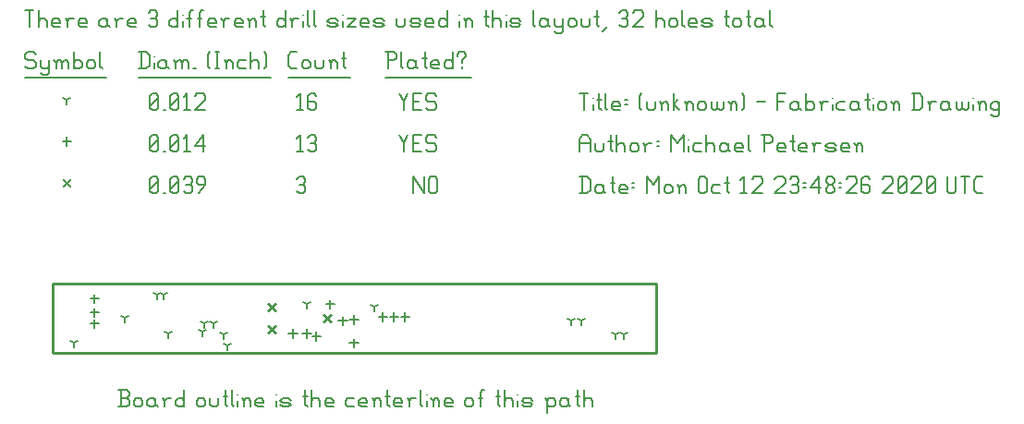
<source format=gbr>
G04 start of page 13 for group -3984 idx -3984 *
G04 Title: (unknown), fab *
G04 Creator: pcb 4.0.2 *
G04 CreationDate: Mon Oct 12 23:48:26 2020 UTC *
G04 For: petersen *
G04 Format: Gerber/RS-274X *
G04 PCB-Dimensions (mil): 2400.00 450.00 *
G04 PCB-Coordinate-Origin: lower left *
%MOIN*%
%FSLAX25Y25*%
%LNFAB*%
%ADD54C,0.0100*%
%ADD53C,0.0075*%
%ADD52C,0.0060*%
%ADD51C,0.0001*%
G54D51*G36*
X107800Y24266D02*X110766Y21300D01*
X110200Y20734D01*
X107234Y23700D01*
X107800Y24266D01*
G37*
G36*
X107234Y21300D02*X110200Y24266D01*
X110766Y23700D01*
X107800Y20734D01*
X107234Y21300D01*
G37*
G36*
X87800Y28266D02*X90766Y25300D01*
X90200Y24734D01*
X87234Y27700D01*
X87800Y28266D01*
G37*
G36*
X87234Y25300D02*X90200Y28266D01*
X90766Y27700D01*
X87800Y24734D01*
X87234Y25300D01*
G37*
G36*
X87800Y20266D02*X90766Y17300D01*
X90200Y16734D01*
X87234Y19700D01*
X87800Y20266D01*
G37*
G36*
X87234Y17300D02*X90200Y20266D01*
X90766Y19700D01*
X87800Y16734D01*
X87234Y17300D01*
G37*
G36*
X13800Y73016D02*X16766Y70050D01*
X16200Y69484D01*
X13234Y72450D01*
X13800Y73016D01*
G37*
G36*
X13234Y70050D02*X16200Y73016D01*
X16766Y72450D01*
X13800Y69484D01*
X13234Y70050D01*
G37*
G54D52*X140000Y73500D02*Y67500D01*
Y73500D02*X143750Y67500D01*
Y73500D02*Y67500D01*
X145550Y72750D02*Y68250D01*
Y72750D02*X146300Y73500D01*
X147800D01*
X148550Y72750D01*
Y68250D01*
X147800Y67500D02*X148550Y68250D01*
X146300Y67500D02*X147800D01*
X145550Y68250D02*X146300Y67500D01*
X98000Y72750D02*X98750Y73500D01*
X100250D01*
X101000Y72750D01*
X100250Y67500D02*X101000Y68250D01*
X98750Y67500D02*X100250D01*
X98000Y68250D02*X98750Y67500D01*
Y70800D02*X100250D01*
X101000Y72750D02*Y71550D01*
Y70050D02*Y68250D01*
Y70050D02*X100250Y70800D01*
X101000Y71550D02*X100250Y70800D01*
X45000Y68250D02*X45750Y67500D01*
X45000Y72750D02*Y68250D01*
Y72750D02*X45750Y73500D01*
X47250D01*
X48000Y72750D01*
Y68250D01*
X47250Y67500D02*X48000Y68250D01*
X45750Y67500D02*X47250D01*
X45000Y69000D02*X48000Y72000D01*
X49800Y67500D02*X50550D01*
X52350Y68250D02*X53100Y67500D01*
X52350Y72750D02*Y68250D01*
Y72750D02*X53100Y73500D01*
X54600D01*
X55350Y72750D01*
Y68250D01*
X54600Y67500D02*X55350Y68250D01*
X53100Y67500D02*X54600D01*
X52350Y69000D02*X55350Y72000D01*
X57150Y72750D02*X57900Y73500D01*
X59400D01*
X60150Y72750D01*
X59400Y67500D02*X60150Y68250D01*
X57900Y67500D02*X59400D01*
X57150Y68250D02*X57900Y67500D01*
Y70800D02*X59400D01*
X60150Y72750D02*Y71550D01*
Y70050D02*Y68250D01*
Y70050D02*X59400Y70800D01*
X60150Y71550D02*X59400Y70800D01*
X62700Y67500D02*X64950Y70500D01*
Y72750D02*Y70500D01*
X64200Y73500D02*X64950Y72750D01*
X62700Y73500D02*X64200D01*
X61950Y72750D02*X62700Y73500D01*
X61950Y72750D02*Y71250D01*
X62700Y70500D01*
X64950D01*
X25000Y31100D02*Y27900D01*
X23400Y29500D02*X26600D01*
X25000Y22100D02*Y18900D01*
X23400Y20500D02*X26600D01*
X25000Y26100D02*Y22900D01*
X23400Y24500D02*X26600D01*
X96500Y18600D02*Y15400D01*
X94900Y17000D02*X98100D01*
X101500Y18600D02*Y15400D01*
X99900Y17000D02*X103100D01*
X105000Y17600D02*Y14400D01*
X103400Y16000D02*X106600D01*
X118500Y15100D02*Y11900D01*
X116900Y13500D02*X120100D01*
X118500Y23600D02*Y20400D01*
X116900Y22000D02*X120100D01*
X114500Y23100D02*Y19900D01*
X112900Y21500D02*X116100D01*
X110000Y29100D02*Y25900D01*
X108400Y27500D02*X111600D01*
X133000Y24600D02*Y21400D01*
X131400Y23000D02*X134600D01*
X137000Y24600D02*Y21400D01*
X135400Y23000D02*X138600D01*
X129000Y24600D02*Y21400D01*
X127400Y23000D02*X130600D01*
X15000Y87850D02*Y84650D01*
X13400Y86250D02*X16600D01*
X135000Y88500D02*X136500Y85500D01*
X138000Y88500D01*
X136500Y85500D02*Y82500D01*
X139800Y85800D02*X142050D01*
X139800Y82500D02*X142800D01*
X139800Y88500D02*Y82500D01*
Y88500D02*X142800D01*
X147600D02*X148350Y87750D01*
X145350Y88500D02*X147600D01*
X144600Y87750D02*X145350Y88500D01*
X144600Y87750D02*Y86250D01*
X145350Y85500D01*
X147600D01*
X148350Y84750D01*
Y83250D01*
X147600Y82500D02*X148350Y83250D01*
X145350Y82500D02*X147600D01*
X144600Y83250D02*X145350Y82500D01*
X98000Y87300D02*X99200Y88500D01*
Y82500D01*
X98000D02*X100250D01*
X102050Y87750D02*X102800Y88500D01*
X104300D01*
X105050Y87750D01*
X104300Y82500D02*X105050Y83250D01*
X102800Y82500D02*X104300D01*
X102050Y83250D02*X102800Y82500D01*
Y85800D02*X104300D01*
X105050Y87750D02*Y86550D01*
Y85050D02*Y83250D01*
Y85050D02*X104300Y85800D01*
X105050Y86550D02*X104300Y85800D01*
X45000Y83250D02*X45750Y82500D01*
X45000Y87750D02*Y83250D01*
Y87750D02*X45750Y88500D01*
X47250D01*
X48000Y87750D01*
Y83250D01*
X47250Y82500D02*X48000Y83250D01*
X45750Y82500D02*X47250D01*
X45000Y84000D02*X48000Y87000D01*
X49800Y82500D02*X50550D01*
X52350Y83250D02*X53100Y82500D01*
X52350Y87750D02*Y83250D01*
Y87750D02*X53100Y88500D01*
X54600D01*
X55350Y87750D01*
Y83250D01*
X54600Y82500D02*X55350Y83250D01*
X53100Y82500D02*X54600D01*
X52350Y84000D02*X55350Y87000D01*
X57150Y87300D02*X58350Y88500D01*
Y82500D01*
X57150D02*X59400D01*
X61200Y84750D02*X64200Y88500D01*
X61200Y84750D02*X64950D01*
X64200Y88500D02*Y82500D01*
X36000Y22500D02*Y20900D01*
Y22500D02*X37387Y23300D01*
X36000Y22500D02*X34613Y23300D01*
X51500Y17000D02*Y15400D01*
Y17000D02*X52887Y17800D01*
X51500Y17000D02*X50113Y17800D01*
X47500Y31000D02*Y29400D01*
Y31000D02*X48887Y31800D01*
X47500Y31000D02*X46113Y31800D01*
X50000Y31000D02*Y29400D01*
Y31000D02*X51387Y31800D01*
X50000Y31000D02*X48613Y31800D01*
X126000Y26500D02*Y24900D01*
Y26500D02*X127387Y27300D01*
X126000Y26500D02*X124613Y27300D01*
X213000Y16594D02*Y14994D01*
Y16594D02*X214387Y17394D01*
X213000Y16594D02*X211613Y17394D01*
X216000Y16594D02*Y14994D01*
Y16594D02*X217387Y17394D01*
X216000Y16594D02*X214613Y17394D01*
X200500Y21500D02*Y19900D01*
Y21500D02*X201887Y22300D01*
X200500Y21500D02*X199113Y22300D01*
X197000Y21500D02*Y19900D01*
Y21500D02*X198387Y22300D01*
X197000Y21500D02*X195613Y22300D01*
X101500Y27500D02*Y25900D01*
Y27500D02*X102887Y28300D01*
X101500Y27500D02*X100113Y28300D01*
X73000Y12500D02*Y10900D01*
Y12500D02*X74387Y13300D01*
X73000Y12500D02*X71613Y13300D01*
X71500Y16500D02*Y14900D01*
Y16500D02*X72887Y17300D01*
X71500Y16500D02*X70113Y17300D01*
X64000Y17500D02*Y15900D01*
Y17500D02*X65387Y18300D01*
X64000Y17500D02*X62613Y18300D01*
X64500Y20500D02*Y18900D01*
Y20500D02*X65887Y21300D01*
X64500Y20500D02*X63113Y21300D01*
X68000Y20500D02*Y18900D01*
Y20500D02*X69387Y21300D01*
X68000Y20500D02*X66613Y21300D01*
X17500Y13500D02*Y11900D01*
Y13500D02*X18887Y14300D01*
X17500Y13500D02*X16113Y14300D01*
X15000Y101250D02*Y99650D01*
Y101250D02*X16387Y102050D01*
X15000Y101250D02*X13613Y102050D01*
X135000Y103500D02*X136500Y100500D01*
X138000Y103500D01*
X136500Y100500D02*Y97500D01*
X139800Y100800D02*X142050D01*
X139800Y97500D02*X142800D01*
X139800Y103500D02*Y97500D01*
Y103500D02*X142800D01*
X147600D02*X148350Y102750D01*
X145350Y103500D02*X147600D01*
X144600Y102750D02*X145350Y103500D01*
X144600Y102750D02*Y101250D01*
X145350Y100500D01*
X147600D01*
X148350Y99750D01*
Y98250D01*
X147600Y97500D02*X148350Y98250D01*
X145350Y97500D02*X147600D01*
X144600Y98250D02*X145350Y97500D01*
X98000Y102300D02*X99200Y103500D01*
Y97500D01*
X98000D02*X100250D01*
X104300Y103500D02*X105050Y102750D01*
X102800Y103500D02*X104300D01*
X102050Y102750D02*X102800Y103500D01*
X102050Y102750D02*Y98250D01*
X102800Y97500D01*
X104300Y100800D02*X105050Y100050D01*
X102050Y100800D02*X104300D01*
X102800Y97500D02*X104300D01*
X105050Y98250D01*
Y100050D02*Y98250D01*
X45000D02*X45750Y97500D01*
X45000Y102750D02*Y98250D01*
Y102750D02*X45750Y103500D01*
X47250D01*
X48000Y102750D01*
Y98250D01*
X47250Y97500D02*X48000Y98250D01*
X45750Y97500D02*X47250D01*
X45000Y99000D02*X48000Y102000D01*
X49800Y97500D02*X50550D01*
X52350Y98250D02*X53100Y97500D01*
X52350Y102750D02*Y98250D01*
Y102750D02*X53100Y103500D01*
X54600D01*
X55350Y102750D01*
Y98250D01*
X54600Y97500D02*X55350Y98250D01*
X53100Y97500D02*X54600D01*
X52350Y99000D02*X55350Y102000D01*
X57150Y102300D02*X58350Y103500D01*
Y97500D01*
X57150D02*X59400D01*
X61200Y102750D02*X61950Y103500D01*
X64200D01*
X64950Y102750D01*
Y101250D01*
X61200Y97500D02*X64950Y101250D01*
X61200Y97500D02*X64950D01*
X3000Y118500D02*X3750Y117750D01*
X750Y118500D02*X3000D01*
X0Y117750D02*X750Y118500D01*
X0Y117750D02*Y116250D01*
X750Y115500D01*
X3000D01*
X3750Y114750D01*
Y113250D01*
X3000Y112500D02*X3750Y113250D01*
X750Y112500D02*X3000D01*
X0Y113250D02*X750Y112500D01*
X5550Y115500D02*Y113250D01*
X6300Y112500D01*
X8550Y115500D02*Y111000D01*
X7800Y110250D02*X8550Y111000D01*
X6300Y110250D02*X7800D01*
X5550Y111000D02*X6300Y110250D01*
Y112500D02*X7800D01*
X8550Y113250D01*
X11100Y114750D02*Y112500D01*
Y114750D02*X11850Y115500D01*
X12600D01*
X13350Y114750D01*
Y112500D01*
Y114750D02*X14100Y115500D01*
X14850D01*
X15600Y114750D01*
Y112500D01*
X10350Y115500D02*X11100Y114750D01*
X17400Y118500D02*Y112500D01*
Y113250D02*X18150Y112500D01*
X19650D01*
X20400Y113250D01*
Y114750D02*Y113250D01*
X19650Y115500D02*X20400Y114750D01*
X18150Y115500D02*X19650D01*
X17400Y114750D02*X18150Y115500D01*
X22200Y114750D02*Y113250D01*
Y114750D02*X22950Y115500D01*
X24450D01*
X25200Y114750D01*
Y113250D01*
X24450Y112500D02*X25200Y113250D01*
X22950Y112500D02*X24450D01*
X22200Y113250D02*X22950Y112500D01*
X27000Y118500D02*Y113250D01*
X27750Y112500D01*
X0Y109250D02*X29250D01*
X41750Y118500D02*Y112500D01*
X43700Y118500D02*X44750Y117450D01*
Y113550D01*
X43700Y112500D02*X44750Y113550D01*
X41000Y112500D02*X43700D01*
X41000Y118500D02*X43700D01*
G54D53*X46550Y117000D02*Y116850D01*
G54D52*Y114750D02*Y112500D01*
X50300Y115500D02*X51050Y114750D01*
X48800Y115500D02*X50300D01*
X48050Y114750D02*X48800Y115500D01*
X48050Y114750D02*Y113250D01*
X48800Y112500D01*
X51050Y115500D02*Y113250D01*
X51800Y112500D01*
X48800D02*X50300D01*
X51050Y113250D01*
X54350Y114750D02*Y112500D01*
Y114750D02*X55100Y115500D01*
X55850D01*
X56600Y114750D01*
Y112500D01*
Y114750D02*X57350Y115500D01*
X58100D01*
X58850Y114750D01*
Y112500D01*
X53600Y115500D02*X54350Y114750D01*
X60650Y112500D02*X61400D01*
X65900Y113250D02*X66650Y112500D01*
X65900Y117750D02*X66650Y118500D01*
X65900Y117750D02*Y113250D01*
X68450Y118500D02*X69950D01*
X69200D02*Y112500D01*
X68450D02*X69950D01*
X72500Y114750D02*Y112500D01*
Y114750D02*X73250Y115500D01*
X74000D01*
X74750Y114750D01*
Y112500D01*
X71750Y115500D02*X72500Y114750D01*
X77300Y115500D02*X79550D01*
X76550Y114750D02*X77300Y115500D01*
X76550Y114750D02*Y113250D01*
X77300Y112500D01*
X79550D01*
X81350Y118500D02*Y112500D01*
Y114750D02*X82100Y115500D01*
X83600D01*
X84350Y114750D01*
Y112500D01*
X86150Y118500D02*X86900Y117750D01*
Y113250D01*
X86150Y112500D02*X86900Y113250D01*
X41000Y109250D02*X88700D01*
X96050Y112500D02*X98000D01*
X95000Y113550D02*X96050Y112500D01*
X95000Y117450D02*Y113550D01*
Y117450D02*X96050Y118500D01*
X98000D01*
X99800Y114750D02*Y113250D01*
Y114750D02*X100550Y115500D01*
X102050D01*
X102800Y114750D01*
Y113250D01*
X102050Y112500D02*X102800Y113250D01*
X100550Y112500D02*X102050D01*
X99800Y113250D02*X100550Y112500D01*
X104600Y115500D02*Y113250D01*
X105350Y112500D01*
X106850D01*
X107600Y113250D01*
Y115500D02*Y113250D01*
X110150Y114750D02*Y112500D01*
Y114750D02*X110900Y115500D01*
X111650D01*
X112400Y114750D01*
Y112500D01*
X109400Y115500D02*X110150Y114750D01*
X114950Y118500D02*Y113250D01*
X115700Y112500D01*
X114200Y116250D02*X115700D01*
X95000Y109250D02*X117200D01*
X130750Y118500D02*Y112500D01*
X130000Y118500D02*X133000D01*
X133750Y117750D01*
Y116250D01*
X133000Y115500D02*X133750Y116250D01*
X130750Y115500D02*X133000D01*
X135550Y118500D02*Y113250D01*
X136300Y112500D01*
X140050Y115500D02*X140800Y114750D01*
X138550Y115500D02*X140050D01*
X137800Y114750D02*X138550Y115500D01*
X137800Y114750D02*Y113250D01*
X138550Y112500D01*
X140800Y115500D02*Y113250D01*
X141550Y112500D01*
X138550D02*X140050D01*
X140800Y113250D01*
X144100Y118500D02*Y113250D01*
X144850Y112500D01*
X143350Y116250D02*X144850D01*
X147100Y112500D02*X149350D01*
X146350Y113250D02*X147100Y112500D01*
X146350Y114750D02*Y113250D01*
Y114750D02*X147100Y115500D01*
X148600D01*
X149350Y114750D01*
X146350Y114000D02*X149350D01*
Y114750D02*Y114000D01*
X154150Y118500D02*Y112500D01*
X153400D02*X154150Y113250D01*
X151900Y112500D02*X153400D01*
X151150Y113250D02*X151900Y112500D01*
X151150Y114750D02*Y113250D01*
Y114750D02*X151900Y115500D01*
X153400D01*
X154150Y114750D01*
X157450Y115500D02*Y114750D01*
Y113250D02*Y112500D01*
X155950Y117750D02*Y117000D01*
Y117750D02*X156700Y118500D01*
X158200D01*
X158950Y117750D01*
Y117000D01*
X157450Y115500D02*X158950Y117000D01*
X130000Y109250D02*X160750D01*
X0Y133500D02*X3000D01*
X1500D02*Y127500D01*
X4800Y133500D02*Y127500D01*
Y129750D02*X5550Y130500D01*
X7050D01*
X7800Y129750D01*
Y127500D01*
X10350D02*X12600D01*
X9600Y128250D02*X10350Y127500D01*
X9600Y129750D02*Y128250D01*
Y129750D02*X10350Y130500D01*
X11850D01*
X12600Y129750D01*
X9600Y129000D02*X12600D01*
Y129750D02*Y129000D01*
X15150Y129750D02*Y127500D01*
Y129750D02*X15900Y130500D01*
X17400D01*
X14400D02*X15150Y129750D01*
X19950Y127500D02*X22200D01*
X19200Y128250D02*X19950Y127500D01*
X19200Y129750D02*Y128250D01*
Y129750D02*X19950Y130500D01*
X21450D01*
X22200Y129750D01*
X19200Y129000D02*X22200D01*
Y129750D02*Y129000D01*
X28950Y130500D02*X29700Y129750D01*
X27450Y130500D02*X28950D01*
X26700Y129750D02*X27450Y130500D01*
X26700Y129750D02*Y128250D01*
X27450Y127500D01*
X29700Y130500D02*Y128250D01*
X30450Y127500D01*
X27450D02*X28950D01*
X29700Y128250D01*
X33000Y129750D02*Y127500D01*
Y129750D02*X33750Y130500D01*
X35250D01*
X32250D02*X33000Y129750D01*
X37800Y127500D02*X40050D01*
X37050Y128250D02*X37800Y127500D01*
X37050Y129750D02*Y128250D01*
Y129750D02*X37800Y130500D01*
X39300D01*
X40050Y129750D01*
X37050Y129000D02*X40050D01*
Y129750D02*Y129000D01*
X44550Y132750D02*X45300Y133500D01*
X46800D01*
X47550Y132750D01*
X46800Y127500D02*X47550Y128250D01*
X45300Y127500D02*X46800D01*
X44550Y128250D02*X45300Y127500D01*
Y130800D02*X46800D01*
X47550Y132750D02*Y131550D01*
Y130050D02*Y128250D01*
Y130050D02*X46800Y130800D01*
X47550Y131550D02*X46800Y130800D01*
X55050Y133500D02*Y127500D01*
X54300D02*X55050Y128250D01*
X52800Y127500D02*X54300D01*
X52050Y128250D02*X52800Y127500D01*
X52050Y129750D02*Y128250D01*
Y129750D02*X52800Y130500D01*
X54300D01*
X55050Y129750D01*
G54D53*X56850Y132000D02*Y131850D01*
G54D52*Y129750D02*Y127500D01*
X59100Y132750D02*Y127500D01*
Y132750D02*X59850Y133500D01*
X60600D01*
X58350Y130500D02*X59850D01*
X62850Y132750D02*Y127500D01*
Y132750D02*X63600Y133500D01*
X64350D01*
X62100Y130500D02*X63600D01*
X66600Y127500D02*X68850D01*
X65850Y128250D02*X66600Y127500D01*
X65850Y129750D02*Y128250D01*
Y129750D02*X66600Y130500D01*
X68100D01*
X68850Y129750D01*
X65850Y129000D02*X68850D01*
Y129750D02*Y129000D01*
X71400Y129750D02*Y127500D01*
Y129750D02*X72150Y130500D01*
X73650D01*
X70650D02*X71400Y129750D01*
X76200Y127500D02*X78450D01*
X75450Y128250D02*X76200Y127500D01*
X75450Y129750D02*Y128250D01*
Y129750D02*X76200Y130500D01*
X77700D01*
X78450Y129750D01*
X75450Y129000D02*X78450D01*
Y129750D02*Y129000D01*
X81000Y129750D02*Y127500D01*
Y129750D02*X81750Y130500D01*
X82500D01*
X83250Y129750D01*
Y127500D01*
X80250Y130500D02*X81000Y129750D01*
X85800Y133500D02*Y128250D01*
X86550Y127500D01*
X85050Y131250D02*X86550D01*
X93750Y133500D02*Y127500D01*
X93000D02*X93750Y128250D01*
X91500Y127500D02*X93000D01*
X90750Y128250D02*X91500Y127500D01*
X90750Y129750D02*Y128250D01*
Y129750D02*X91500Y130500D01*
X93000D01*
X93750Y129750D01*
X96300D02*Y127500D01*
Y129750D02*X97050Y130500D01*
X98550D01*
X95550D02*X96300Y129750D01*
G54D53*X100350Y132000D02*Y131850D01*
G54D52*Y129750D02*Y127500D01*
X101850Y133500D02*Y128250D01*
X102600Y127500D01*
X104100Y133500D02*Y128250D01*
X104850Y127500D01*
X109800D02*X112050D01*
X112800Y128250D01*
X112050Y129000D02*X112800Y128250D01*
X109800Y129000D02*X112050D01*
X109050Y129750D02*X109800Y129000D01*
X109050Y129750D02*X109800Y130500D01*
X112050D01*
X112800Y129750D01*
X109050Y128250D02*X109800Y127500D01*
G54D53*X114600Y132000D02*Y131850D01*
G54D52*Y129750D02*Y127500D01*
X116100Y130500D02*X119100D01*
X116100Y127500D02*X119100Y130500D01*
X116100Y127500D02*X119100D01*
X121650D02*X123900D01*
X120900Y128250D02*X121650Y127500D01*
X120900Y129750D02*Y128250D01*
Y129750D02*X121650Y130500D01*
X123150D01*
X123900Y129750D01*
X120900Y129000D02*X123900D01*
Y129750D02*Y129000D01*
X126450Y127500D02*X128700D01*
X129450Y128250D01*
X128700Y129000D02*X129450Y128250D01*
X126450Y129000D02*X128700D01*
X125700Y129750D02*X126450Y129000D01*
X125700Y129750D02*X126450Y130500D01*
X128700D01*
X129450Y129750D01*
X125700Y128250D02*X126450Y127500D01*
X133950Y130500D02*Y128250D01*
X134700Y127500D01*
X136200D01*
X136950Y128250D01*
Y130500D02*Y128250D01*
X139500Y127500D02*X141750D01*
X142500Y128250D01*
X141750Y129000D02*X142500Y128250D01*
X139500Y129000D02*X141750D01*
X138750Y129750D02*X139500Y129000D01*
X138750Y129750D02*X139500Y130500D01*
X141750D01*
X142500Y129750D01*
X138750Y128250D02*X139500Y127500D01*
X145050D02*X147300D01*
X144300Y128250D02*X145050Y127500D01*
X144300Y129750D02*Y128250D01*
Y129750D02*X145050Y130500D01*
X146550D01*
X147300Y129750D01*
X144300Y129000D02*X147300D01*
Y129750D02*Y129000D01*
X152100Y133500D02*Y127500D01*
X151350D02*X152100Y128250D01*
X149850Y127500D02*X151350D01*
X149100Y128250D02*X149850Y127500D01*
X149100Y129750D02*Y128250D01*
Y129750D02*X149850Y130500D01*
X151350D01*
X152100Y129750D01*
G54D53*X156600Y132000D02*Y131850D01*
G54D52*Y129750D02*Y127500D01*
X158850Y129750D02*Y127500D01*
Y129750D02*X159600Y130500D01*
X160350D01*
X161100Y129750D01*
Y127500D01*
X158100Y130500D02*X158850Y129750D01*
X166350Y133500D02*Y128250D01*
X167100Y127500D01*
X165600Y131250D02*X167100D01*
X168600Y133500D02*Y127500D01*
Y129750D02*X169350Y130500D01*
X170850D01*
X171600Y129750D01*
Y127500D01*
G54D53*X173400Y132000D02*Y131850D01*
G54D52*Y129750D02*Y127500D01*
X175650D02*X177900D01*
X178650Y128250D01*
X177900Y129000D02*X178650Y128250D01*
X175650Y129000D02*X177900D01*
X174900Y129750D02*X175650Y129000D01*
X174900Y129750D02*X175650Y130500D01*
X177900D01*
X178650Y129750D01*
X174900Y128250D02*X175650Y127500D01*
X183150Y133500D02*Y128250D01*
X183900Y127500D01*
X187650Y130500D02*X188400Y129750D01*
X186150Y130500D02*X187650D01*
X185400Y129750D02*X186150Y130500D01*
X185400Y129750D02*Y128250D01*
X186150Y127500D01*
X188400Y130500D02*Y128250D01*
X189150Y127500D01*
X186150D02*X187650D01*
X188400Y128250D01*
X190950Y130500D02*Y128250D01*
X191700Y127500D01*
X193950Y130500D02*Y126000D01*
X193200Y125250D02*X193950Y126000D01*
X191700Y125250D02*X193200D01*
X190950Y126000D02*X191700Y125250D01*
Y127500D02*X193200D01*
X193950Y128250D01*
X195750Y129750D02*Y128250D01*
Y129750D02*X196500Y130500D01*
X198000D01*
X198750Y129750D01*
Y128250D01*
X198000Y127500D02*X198750Y128250D01*
X196500Y127500D02*X198000D01*
X195750Y128250D02*X196500Y127500D01*
X200550Y130500D02*Y128250D01*
X201300Y127500D01*
X202800D01*
X203550Y128250D01*
Y130500D02*Y128250D01*
X206100Y133500D02*Y128250D01*
X206850Y127500D01*
X205350Y131250D02*X206850D01*
X208350Y126000D02*X209850Y127500D01*
X214350Y132750D02*X215100Y133500D01*
X216600D01*
X217350Y132750D01*
X216600Y127500D02*X217350Y128250D01*
X215100Y127500D02*X216600D01*
X214350Y128250D02*X215100Y127500D01*
Y130800D02*X216600D01*
X217350Y132750D02*Y131550D01*
Y130050D02*Y128250D01*
Y130050D02*X216600Y130800D01*
X217350Y131550D02*X216600Y130800D01*
X219150Y132750D02*X219900Y133500D01*
X222150D01*
X222900Y132750D01*
Y131250D01*
X219150Y127500D02*X222900Y131250D01*
X219150Y127500D02*X222900D01*
X227400Y133500D02*Y127500D01*
Y129750D02*X228150Y130500D01*
X229650D01*
X230400Y129750D01*
Y127500D01*
X232200Y129750D02*Y128250D01*
Y129750D02*X232950Y130500D01*
X234450D01*
X235200Y129750D01*
Y128250D01*
X234450Y127500D02*X235200Y128250D01*
X232950Y127500D02*X234450D01*
X232200Y128250D02*X232950Y127500D01*
X237000Y133500D02*Y128250D01*
X237750Y127500D01*
X240000D02*X242250D01*
X239250Y128250D02*X240000Y127500D01*
X239250Y129750D02*Y128250D01*
Y129750D02*X240000Y130500D01*
X241500D01*
X242250Y129750D01*
X239250Y129000D02*X242250D01*
Y129750D02*Y129000D01*
X244800Y127500D02*X247050D01*
X247800Y128250D01*
X247050Y129000D02*X247800Y128250D01*
X244800Y129000D02*X247050D01*
X244050Y129750D02*X244800Y129000D01*
X244050Y129750D02*X244800Y130500D01*
X247050D01*
X247800Y129750D01*
X244050Y128250D02*X244800Y127500D01*
X253050Y133500D02*Y128250D01*
X253800Y127500D01*
X252300Y131250D02*X253800D01*
X255300Y129750D02*Y128250D01*
Y129750D02*X256050Y130500D01*
X257550D01*
X258300Y129750D01*
Y128250D01*
X257550Y127500D02*X258300Y128250D01*
X256050Y127500D02*X257550D01*
X255300Y128250D02*X256050Y127500D01*
X260850Y133500D02*Y128250D01*
X261600Y127500D01*
X260100Y131250D02*X261600D01*
X265350Y130500D02*X266100Y129750D01*
X263850Y130500D02*X265350D01*
X263100Y129750D02*X263850Y130500D01*
X263100Y129750D02*Y128250D01*
X263850Y127500D01*
X266100Y130500D02*Y128250D01*
X266850Y127500D01*
X263850D02*X265350D01*
X266100Y128250D01*
X268650Y133500D02*Y128250D01*
X269400Y127500D01*
G54D54*X227500Y10000D02*X10000D01*
X227500Y35000D02*Y10000D01*
X10000Y35000D02*X227500D01*
X10000D02*Y10000D01*
G54D52*X33675Y-9500D02*X36675D01*
X37425Y-8750D01*
Y-6950D02*Y-8750D01*
X36675Y-6200D02*X37425Y-6950D01*
X34425Y-6200D02*X36675D01*
X34425Y-3500D02*Y-9500D01*
X33675Y-3500D02*X36675D01*
X37425Y-4250D01*
Y-5450D01*
X36675Y-6200D02*X37425Y-5450D01*
X39225Y-7250D02*Y-8750D01*
Y-7250D02*X39975Y-6500D01*
X41475D01*
X42225Y-7250D01*
Y-8750D01*
X41475Y-9500D02*X42225Y-8750D01*
X39975Y-9500D02*X41475D01*
X39225Y-8750D02*X39975Y-9500D01*
X46275Y-6500D02*X47025Y-7250D01*
X44775Y-6500D02*X46275D01*
X44025Y-7250D02*X44775Y-6500D01*
X44025Y-7250D02*Y-8750D01*
X44775Y-9500D01*
X47025Y-6500D02*Y-8750D01*
X47775Y-9500D01*
X44775D02*X46275D01*
X47025Y-8750D01*
X50325Y-7250D02*Y-9500D01*
Y-7250D02*X51075Y-6500D01*
X52575D01*
X49575D02*X50325Y-7250D01*
X57375Y-3500D02*Y-9500D01*
X56625D02*X57375Y-8750D01*
X55125Y-9500D02*X56625D01*
X54375Y-8750D02*X55125Y-9500D01*
X54375Y-7250D02*Y-8750D01*
Y-7250D02*X55125Y-6500D01*
X56625D01*
X57375Y-7250D01*
X61875D02*Y-8750D01*
Y-7250D02*X62625Y-6500D01*
X64125D01*
X64875Y-7250D01*
Y-8750D01*
X64125Y-9500D02*X64875Y-8750D01*
X62625Y-9500D02*X64125D01*
X61875Y-8750D02*X62625Y-9500D01*
X66675Y-6500D02*Y-8750D01*
X67425Y-9500D01*
X68925D01*
X69675Y-8750D01*
Y-6500D02*Y-8750D01*
X72225Y-3500D02*Y-8750D01*
X72975Y-9500D01*
X71475Y-5750D02*X72975D01*
X74475Y-3500D02*Y-8750D01*
X75225Y-9500D01*
G54D53*X76725Y-5000D02*Y-5150D01*
G54D52*Y-7250D02*Y-9500D01*
X78975Y-7250D02*Y-9500D01*
Y-7250D02*X79725Y-6500D01*
X80475D01*
X81225Y-7250D01*
Y-9500D01*
X78225Y-6500D02*X78975Y-7250D01*
X83775Y-9500D02*X86025D01*
X83025Y-8750D02*X83775Y-9500D01*
X83025Y-7250D02*Y-8750D01*
Y-7250D02*X83775Y-6500D01*
X85275D01*
X86025Y-7250D01*
X83025Y-8000D02*X86025D01*
Y-7250D02*Y-8000D01*
G54D53*X90525Y-5000D02*Y-5150D01*
G54D52*Y-7250D02*Y-9500D01*
X92775D02*X95025D01*
X95775Y-8750D01*
X95025Y-8000D02*X95775Y-8750D01*
X92775Y-8000D02*X95025D01*
X92025Y-7250D02*X92775Y-8000D01*
X92025Y-7250D02*X92775Y-6500D01*
X95025D01*
X95775Y-7250D01*
X92025Y-8750D02*X92775Y-9500D01*
X101025Y-3500D02*Y-8750D01*
X101775Y-9500D01*
X100275Y-5750D02*X101775D01*
X103275Y-3500D02*Y-9500D01*
Y-7250D02*X104025Y-6500D01*
X105525D01*
X106275Y-7250D01*
Y-9500D01*
X108825D02*X111075D01*
X108075Y-8750D02*X108825Y-9500D01*
X108075Y-7250D02*Y-8750D01*
Y-7250D02*X108825Y-6500D01*
X110325D01*
X111075Y-7250D01*
X108075Y-8000D02*X111075D01*
Y-7250D02*Y-8000D01*
X116325Y-6500D02*X118575D01*
X115575Y-7250D02*X116325Y-6500D01*
X115575Y-7250D02*Y-8750D01*
X116325Y-9500D01*
X118575D01*
X121125D02*X123375D01*
X120375Y-8750D02*X121125Y-9500D01*
X120375Y-7250D02*Y-8750D01*
Y-7250D02*X121125Y-6500D01*
X122625D01*
X123375Y-7250D01*
X120375Y-8000D02*X123375D01*
Y-7250D02*Y-8000D01*
X125925Y-7250D02*Y-9500D01*
Y-7250D02*X126675Y-6500D01*
X127425D01*
X128175Y-7250D01*
Y-9500D01*
X125175Y-6500D02*X125925Y-7250D01*
X130725Y-3500D02*Y-8750D01*
X131475Y-9500D01*
X129975Y-5750D02*X131475D01*
X133725Y-9500D02*X135975D01*
X132975Y-8750D02*X133725Y-9500D01*
X132975Y-7250D02*Y-8750D01*
Y-7250D02*X133725Y-6500D01*
X135225D01*
X135975Y-7250D01*
X132975Y-8000D02*X135975D01*
Y-7250D02*Y-8000D01*
X138525Y-7250D02*Y-9500D01*
Y-7250D02*X139275Y-6500D01*
X140775D01*
X137775D02*X138525Y-7250D01*
X142575Y-3500D02*Y-8750D01*
X143325Y-9500D01*
G54D53*X144825Y-5000D02*Y-5150D01*
G54D52*Y-7250D02*Y-9500D01*
X147075Y-7250D02*Y-9500D01*
Y-7250D02*X147825Y-6500D01*
X148575D01*
X149325Y-7250D01*
Y-9500D01*
X146325Y-6500D02*X147075Y-7250D01*
X151875Y-9500D02*X154125D01*
X151125Y-8750D02*X151875Y-9500D01*
X151125Y-7250D02*Y-8750D01*
Y-7250D02*X151875Y-6500D01*
X153375D01*
X154125Y-7250D01*
X151125Y-8000D02*X154125D01*
Y-7250D02*Y-8000D01*
X158625Y-7250D02*Y-8750D01*
Y-7250D02*X159375Y-6500D01*
X160875D01*
X161625Y-7250D01*
Y-8750D01*
X160875Y-9500D02*X161625Y-8750D01*
X159375Y-9500D02*X160875D01*
X158625Y-8750D02*X159375Y-9500D01*
X164175Y-4250D02*Y-9500D01*
Y-4250D02*X164925Y-3500D01*
X165675D01*
X163425Y-6500D02*X164925D01*
X170625Y-3500D02*Y-8750D01*
X171375Y-9500D01*
X169875Y-5750D02*X171375D01*
X172875Y-3500D02*Y-9500D01*
Y-7250D02*X173625Y-6500D01*
X175125D01*
X175875Y-7250D01*
Y-9500D01*
G54D53*X177675Y-5000D02*Y-5150D01*
G54D52*Y-7250D02*Y-9500D01*
X179925D02*X182175D01*
X182925Y-8750D01*
X182175Y-8000D02*X182925Y-8750D01*
X179925Y-8000D02*X182175D01*
X179175Y-7250D02*X179925Y-8000D01*
X179175Y-7250D02*X179925Y-6500D01*
X182175D01*
X182925Y-7250D01*
X179175Y-8750D02*X179925Y-9500D01*
X188175Y-7250D02*Y-11750D01*
X187425Y-6500D02*X188175Y-7250D01*
X188925Y-6500D01*
X190425D01*
X191175Y-7250D01*
Y-8750D01*
X190425Y-9500D02*X191175Y-8750D01*
X188925Y-9500D02*X190425D01*
X188175Y-8750D02*X188925Y-9500D01*
X195225Y-6500D02*X195975Y-7250D01*
X193725Y-6500D02*X195225D01*
X192975Y-7250D02*X193725Y-6500D01*
X192975Y-7250D02*Y-8750D01*
X193725Y-9500D01*
X195975Y-6500D02*Y-8750D01*
X196725Y-9500D01*
X193725D02*X195225D01*
X195975Y-8750D01*
X199275Y-3500D02*Y-8750D01*
X200025Y-9500D01*
X198525Y-5750D02*X200025D01*
X201525Y-3500D02*Y-9500D01*
Y-7250D02*X202275Y-6500D01*
X203775D01*
X204525Y-7250D01*
Y-9500D01*
X200750Y73500D02*Y67500D01*
X202700Y73500D02*X203750Y72450D01*
Y68550D01*
X202700Y67500D02*X203750Y68550D01*
X200000Y67500D02*X202700D01*
X200000Y73500D02*X202700D01*
X207800Y70500D02*X208550Y69750D01*
X206300Y70500D02*X207800D01*
X205550Y69750D02*X206300Y70500D01*
X205550Y69750D02*Y68250D01*
X206300Y67500D01*
X208550Y70500D02*Y68250D01*
X209300Y67500D01*
X206300D02*X207800D01*
X208550Y68250D01*
X211850Y73500D02*Y68250D01*
X212600Y67500D01*
X211100Y71250D02*X212600D01*
X214850Y67500D02*X217100D01*
X214100Y68250D02*X214850Y67500D01*
X214100Y69750D02*Y68250D01*
Y69750D02*X214850Y70500D01*
X216350D01*
X217100Y69750D01*
X214100Y69000D02*X217100D01*
Y69750D02*Y69000D01*
X218900Y71250D02*X219650D01*
X218900Y69750D02*X219650D01*
X224150Y73500D02*Y67500D01*
Y73500D02*X226400Y70500D01*
X228650Y73500D01*
Y67500D01*
X230450Y69750D02*Y68250D01*
Y69750D02*X231200Y70500D01*
X232700D01*
X233450Y69750D01*
Y68250D01*
X232700Y67500D02*X233450Y68250D01*
X231200Y67500D02*X232700D01*
X230450Y68250D02*X231200Y67500D01*
X236000Y69750D02*Y67500D01*
Y69750D02*X236750Y70500D01*
X237500D01*
X238250Y69750D01*
Y67500D01*
X235250Y70500D02*X236000Y69750D01*
X242750Y72750D02*Y68250D01*
Y72750D02*X243500Y73500D01*
X245000D01*
X245750Y72750D01*
Y68250D01*
X245000Y67500D02*X245750Y68250D01*
X243500Y67500D02*X245000D01*
X242750Y68250D02*X243500Y67500D01*
X248300Y70500D02*X250550D01*
X247550Y69750D02*X248300Y70500D01*
X247550Y69750D02*Y68250D01*
X248300Y67500D01*
X250550D01*
X253100Y73500D02*Y68250D01*
X253850Y67500D01*
X252350Y71250D02*X253850D01*
X258050Y72300D02*X259250Y73500D01*
Y67500D01*
X258050D02*X260300D01*
X262100Y72750D02*X262850Y73500D01*
X265100D01*
X265850Y72750D01*
Y71250D01*
X262100Y67500D02*X265850Y71250D01*
X262100Y67500D02*X265850D01*
X270350Y72750D02*X271100Y73500D01*
X273350D01*
X274100Y72750D01*
Y71250D01*
X270350Y67500D02*X274100Y71250D01*
X270350Y67500D02*X274100D01*
X275900Y72750D02*X276650Y73500D01*
X278150D01*
X278900Y72750D01*
X278150Y67500D02*X278900Y68250D01*
X276650Y67500D02*X278150D01*
X275900Y68250D02*X276650Y67500D01*
Y70800D02*X278150D01*
X278900Y72750D02*Y71550D01*
Y70050D02*Y68250D01*
Y70050D02*X278150Y70800D01*
X278900Y71550D02*X278150Y70800D01*
X280700Y71250D02*X281450D01*
X280700Y69750D02*X281450D01*
X283250D02*X286250Y73500D01*
X283250Y69750D02*X287000D01*
X286250Y73500D02*Y67500D01*
X288800Y68250D02*X289550Y67500D01*
X288800Y69450D02*Y68250D01*
Y69450D02*X289850Y70500D01*
X290750D01*
X291800Y69450D01*
Y68250D01*
X291050Y67500D02*X291800Y68250D01*
X289550Y67500D02*X291050D01*
X288800Y71550D02*X289850Y70500D01*
X288800Y72750D02*Y71550D01*
Y72750D02*X289550Y73500D01*
X291050D01*
X291800Y72750D01*
Y71550D01*
X290750Y70500D02*X291800Y71550D01*
X293600Y71250D02*X294350D01*
X293600Y69750D02*X294350D01*
X296150Y72750D02*X296900Y73500D01*
X299150D01*
X299900Y72750D01*
Y71250D01*
X296150Y67500D02*X299900Y71250D01*
X296150Y67500D02*X299900D01*
X303950Y73500D02*X304700Y72750D01*
X302450Y73500D02*X303950D01*
X301700Y72750D02*X302450Y73500D01*
X301700Y72750D02*Y68250D01*
X302450Y67500D01*
X303950Y70800D02*X304700Y70050D01*
X301700Y70800D02*X303950D01*
X302450Y67500D02*X303950D01*
X304700Y68250D01*
Y70050D02*Y68250D01*
X309200Y72750D02*X309950Y73500D01*
X312200D01*
X312950Y72750D01*
Y71250D01*
X309200Y67500D02*X312950Y71250D01*
X309200Y67500D02*X312950D01*
X314750Y68250D02*X315500Y67500D01*
X314750Y72750D02*Y68250D01*
Y72750D02*X315500Y73500D01*
X317000D01*
X317750Y72750D01*
Y68250D01*
X317000Y67500D02*X317750Y68250D01*
X315500Y67500D02*X317000D01*
X314750Y69000D02*X317750Y72000D01*
X319550Y72750D02*X320300Y73500D01*
X322550D01*
X323300Y72750D01*
Y71250D01*
X319550Y67500D02*X323300Y71250D01*
X319550Y67500D02*X323300D01*
X325100Y68250D02*X325850Y67500D01*
X325100Y72750D02*Y68250D01*
Y72750D02*X325850Y73500D01*
X327350D01*
X328100Y72750D01*
Y68250D01*
X327350Y67500D02*X328100Y68250D01*
X325850Y67500D02*X327350D01*
X325100Y69000D02*X328100Y72000D01*
X332600Y73500D02*Y68250D01*
X333350Y67500D01*
X334850D01*
X335600Y68250D01*
Y73500D02*Y68250D01*
X337400Y73500D02*X340400D01*
X338900D02*Y67500D01*
X343250D02*X345200D01*
X342200Y68550D02*X343250Y67500D01*
X342200Y72450D02*Y68550D01*
Y72450D02*X343250Y73500D01*
X345200D01*
X200000Y87000D02*Y82500D01*
Y87000D02*X201050Y88500D01*
X202700D01*
X203750Y87000D01*
Y82500D01*
X200000Y85500D02*X203750D01*
X205550D02*Y83250D01*
X206300Y82500D01*
X207800D01*
X208550Y83250D01*
Y85500D02*Y83250D01*
X211100Y88500D02*Y83250D01*
X211850Y82500D01*
X210350Y86250D02*X211850D01*
X213350Y88500D02*Y82500D01*
Y84750D02*X214100Y85500D01*
X215600D01*
X216350Y84750D01*
Y82500D01*
X218150Y84750D02*Y83250D01*
Y84750D02*X218900Y85500D01*
X220400D01*
X221150Y84750D01*
Y83250D01*
X220400Y82500D02*X221150Y83250D01*
X218900Y82500D02*X220400D01*
X218150Y83250D02*X218900Y82500D01*
X223700Y84750D02*Y82500D01*
Y84750D02*X224450Y85500D01*
X225950D01*
X222950D02*X223700Y84750D01*
X227750Y86250D02*X228500D01*
X227750Y84750D02*X228500D01*
X233000Y88500D02*Y82500D01*
Y88500D02*X235250Y85500D01*
X237500Y88500D01*
Y82500D01*
G54D53*X239300Y87000D02*Y86850D01*
G54D52*Y84750D02*Y82500D01*
X241550Y85500D02*X243800D01*
X240800Y84750D02*X241550Y85500D01*
X240800Y84750D02*Y83250D01*
X241550Y82500D01*
X243800D01*
X245600Y88500D02*Y82500D01*
Y84750D02*X246350Y85500D01*
X247850D01*
X248600Y84750D01*
Y82500D01*
X252650Y85500D02*X253400Y84750D01*
X251150Y85500D02*X252650D01*
X250400Y84750D02*X251150Y85500D01*
X250400Y84750D02*Y83250D01*
X251150Y82500D01*
X253400Y85500D02*Y83250D01*
X254150Y82500D01*
X251150D02*X252650D01*
X253400Y83250D01*
X256700Y82500D02*X258950D01*
X255950Y83250D02*X256700Y82500D01*
X255950Y84750D02*Y83250D01*
Y84750D02*X256700Y85500D01*
X258200D01*
X258950Y84750D01*
X255950Y84000D02*X258950D01*
Y84750D02*Y84000D01*
X260750Y88500D02*Y83250D01*
X261500Y82500D01*
X266450Y88500D02*Y82500D01*
X265700Y88500D02*X268700D01*
X269450Y87750D01*
Y86250D01*
X268700Y85500D02*X269450Y86250D01*
X266450Y85500D02*X268700D01*
X272000Y82500D02*X274250D01*
X271250Y83250D02*X272000Y82500D01*
X271250Y84750D02*Y83250D01*
Y84750D02*X272000Y85500D01*
X273500D01*
X274250Y84750D01*
X271250Y84000D02*X274250D01*
Y84750D02*Y84000D01*
X276800Y88500D02*Y83250D01*
X277550Y82500D01*
X276050Y86250D02*X277550D01*
X279800Y82500D02*X282050D01*
X279050Y83250D02*X279800Y82500D01*
X279050Y84750D02*Y83250D01*
Y84750D02*X279800Y85500D01*
X281300D01*
X282050Y84750D01*
X279050Y84000D02*X282050D01*
Y84750D02*Y84000D01*
X284600Y84750D02*Y82500D01*
Y84750D02*X285350Y85500D01*
X286850D01*
X283850D02*X284600Y84750D01*
X289400Y82500D02*X291650D01*
X292400Y83250D01*
X291650Y84000D02*X292400Y83250D01*
X289400Y84000D02*X291650D01*
X288650Y84750D02*X289400Y84000D01*
X288650Y84750D02*X289400Y85500D01*
X291650D01*
X292400Y84750D01*
X288650Y83250D02*X289400Y82500D01*
X294950D02*X297200D01*
X294200Y83250D02*X294950Y82500D01*
X294200Y84750D02*Y83250D01*
Y84750D02*X294950Y85500D01*
X296450D01*
X297200Y84750D01*
X294200Y84000D02*X297200D01*
Y84750D02*Y84000D01*
X299750Y84750D02*Y82500D01*
Y84750D02*X300500Y85500D01*
X301250D01*
X302000Y84750D01*
Y82500D01*
X299000Y85500D02*X299750Y84750D01*
X200000Y103500D02*X203000D01*
X201500D02*Y97500D01*
G54D53*X204800Y102000D02*Y101850D01*
G54D52*Y99750D02*Y97500D01*
X207050Y103500D02*Y98250D01*
X207800Y97500D01*
X206300Y101250D02*X207800D01*
X209300Y103500D02*Y98250D01*
X210050Y97500D01*
X212300D02*X214550D01*
X211550Y98250D02*X212300Y97500D01*
X211550Y99750D02*Y98250D01*
Y99750D02*X212300Y100500D01*
X213800D01*
X214550Y99750D01*
X211550Y99000D02*X214550D01*
Y99750D02*Y99000D01*
X216350Y101250D02*X217100D01*
X216350Y99750D02*X217100D01*
X221600Y98250D02*X222350Y97500D01*
X221600Y102750D02*X222350Y103500D01*
X221600Y102750D02*Y98250D01*
X224150Y100500D02*Y98250D01*
X224900Y97500D01*
X226400D01*
X227150Y98250D01*
Y100500D02*Y98250D01*
X229700Y99750D02*Y97500D01*
Y99750D02*X230450Y100500D01*
X231200D01*
X231950Y99750D01*
Y97500D01*
X228950Y100500D02*X229700Y99750D01*
X233750Y103500D02*Y97500D01*
Y99750D02*X236000Y97500D01*
X233750Y99750D02*X235250Y101250D01*
X238550Y99750D02*Y97500D01*
Y99750D02*X239300Y100500D01*
X240050D01*
X240800Y99750D01*
Y97500D01*
X237800Y100500D02*X238550Y99750D01*
X242600D02*Y98250D01*
Y99750D02*X243350Y100500D01*
X244850D01*
X245600Y99750D01*
Y98250D01*
X244850Y97500D02*X245600Y98250D01*
X243350Y97500D02*X244850D01*
X242600Y98250D02*X243350Y97500D01*
X247400Y100500D02*Y98250D01*
X248150Y97500D01*
X248900D01*
X249650Y98250D01*
Y100500D02*Y98250D01*
X250400Y97500D01*
X251150D01*
X251900Y98250D01*
Y100500D02*Y98250D01*
X254450Y99750D02*Y97500D01*
Y99750D02*X255200Y100500D01*
X255950D01*
X256700Y99750D01*
Y97500D01*
X253700Y100500D02*X254450Y99750D01*
X258500Y103500D02*X259250Y102750D01*
Y98250D01*
X258500Y97500D02*X259250Y98250D01*
X263750Y100500D02*X266750D01*
X271250Y103500D02*Y97500D01*
Y103500D02*X274250D01*
X271250Y100800D02*X273500D01*
X278300Y100500D02*X279050Y99750D01*
X276800Y100500D02*X278300D01*
X276050Y99750D02*X276800Y100500D01*
X276050Y99750D02*Y98250D01*
X276800Y97500D01*
X279050Y100500D02*Y98250D01*
X279800Y97500D01*
X276800D02*X278300D01*
X279050Y98250D01*
X281600Y103500D02*Y97500D01*
Y98250D02*X282350Y97500D01*
X283850D01*
X284600Y98250D01*
Y99750D02*Y98250D01*
X283850Y100500D02*X284600Y99750D01*
X282350Y100500D02*X283850D01*
X281600Y99750D02*X282350Y100500D01*
X287150Y99750D02*Y97500D01*
Y99750D02*X287900Y100500D01*
X289400D01*
X286400D02*X287150Y99750D01*
G54D53*X291200Y102000D02*Y101850D01*
G54D52*Y99750D02*Y97500D01*
X293450Y100500D02*X295700D01*
X292700Y99750D02*X293450Y100500D01*
X292700Y99750D02*Y98250D01*
X293450Y97500D01*
X295700D01*
X299750Y100500D02*X300500Y99750D01*
X298250Y100500D02*X299750D01*
X297500Y99750D02*X298250Y100500D01*
X297500Y99750D02*Y98250D01*
X298250Y97500D01*
X300500Y100500D02*Y98250D01*
X301250Y97500D01*
X298250D02*X299750D01*
X300500Y98250D01*
X303800Y103500D02*Y98250D01*
X304550Y97500D01*
X303050Y101250D02*X304550D01*
G54D53*X306050Y102000D02*Y101850D01*
G54D52*Y99750D02*Y97500D01*
X307550Y99750D02*Y98250D01*
Y99750D02*X308300Y100500D01*
X309800D01*
X310550Y99750D01*
Y98250D01*
X309800Y97500D02*X310550Y98250D01*
X308300Y97500D02*X309800D01*
X307550Y98250D02*X308300Y97500D01*
X313100Y99750D02*Y97500D01*
Y99750D02*X313850Y100500D01*
X314600D01*
X315350Y99750D01*
Y97500D01*
X312350Y100500D02*X313100Y99750D01*
X320600Y103500D02*Y97500D01*
X322550Y103500D02*X323600Y102450D01*
Y98550D01*
X322550Y97500D02*X323600Y98550D01*
X319850Y97500D02*X322550D01*
X319850Y103500D02*X322550D01*
X326150Y99750D02*Y97500D01*
Y99750D02*X326900Y100500D01*
X328400D01*
X325400D02*X326150Y99750D01*
X332450Y100500D02*X333200Y99750D01*
X330950Y100500D02*X332450D01*
X330200Y99750D02*X330950Y100500D01*
X330200Y99750D02*Y98250D01*
X330950Y97500D01*
X333200Y100500D02*Y98250D01*
X333950Y97500D01*
X330950D02*X332450D01*
X333200Y98250D01*
X335750Y100500D02*Y98250D01*
X336500Y97500D01*
X337250D01*
X338000Y98250D01*
Y100500D02*Y98250D01*
X338750Y97500D01*
X339500D01*
X340250Y98250D01*
Y100500D02*Y98250D01*
G54D53*X342050Y102000D02*Y101850D01*
G54D52*Y99750D02*Y97500D01*
X344300Y99750D02*Y97500D01*
Y99750D02*X345050Y100500D01*
X345800D01*
X346550Y99750D01*
Y97500D01*
X343550Y100500D02*X344300Y99750D01*
X350600Y100500D02*X351350Y99750D01*
X349100Y100500D02*X350600D01*
X348350Y99750D02*X349100Y100500D01*
X348350Y99750D02*Y98250D01*
X349100Y97500D01*
X350600D01*
X351350Y98250D01*
X348350Y96000D02*X349100Y95250D01*
X350600D01*
X351350Y96000D01*
Y100500D02*Y96000D01*
M02*

</source>
